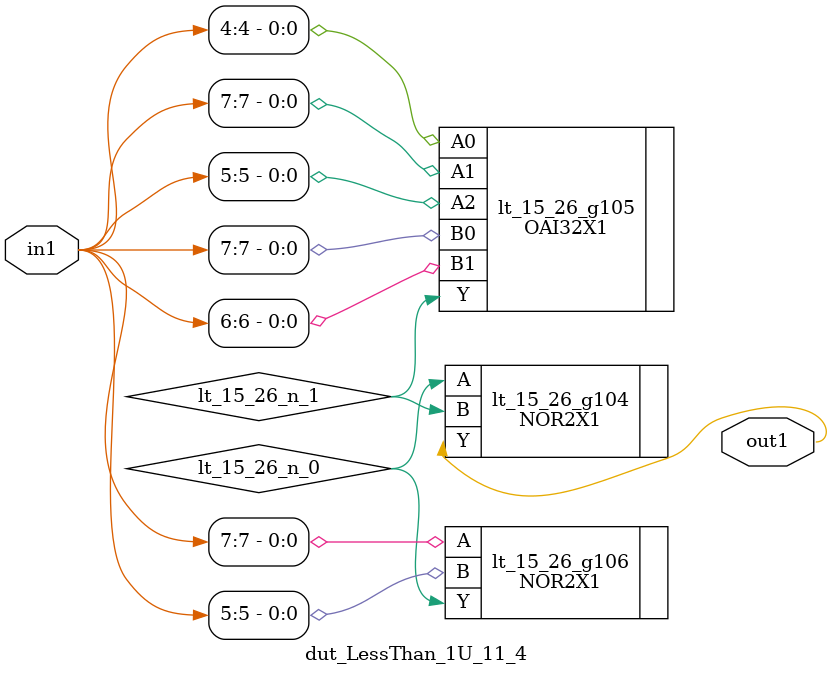
<source format=v>
`timescale 1ps / 1ps


module dut_LessThan_1U_11_4(in1, out1);
  input [7:0] in1;
  output out1;
  wire [7:0] in1;
  wire out1;
  wire lt_15_26_n_0, lt_15_26_n_1;
  NOR2X1 lt_15_26_g104(.A (lt_15_26_n_0), .B (lt_15_26_n_1), .Y (out1));
  OAI32X1 lt_15_26_g105(.A0 (in1[4]), .A1 (in1[7]), .A2 (in1[5]), .B0
       (in1[7]), .B1 (in1[6]), .Y (lt_15_26_n_1));
  NOR2X1 lt_15_26_g106(.A (in1[7]), .B (in1[5]), .Y (lt_15_26_n_0));
endmodule



</source>
